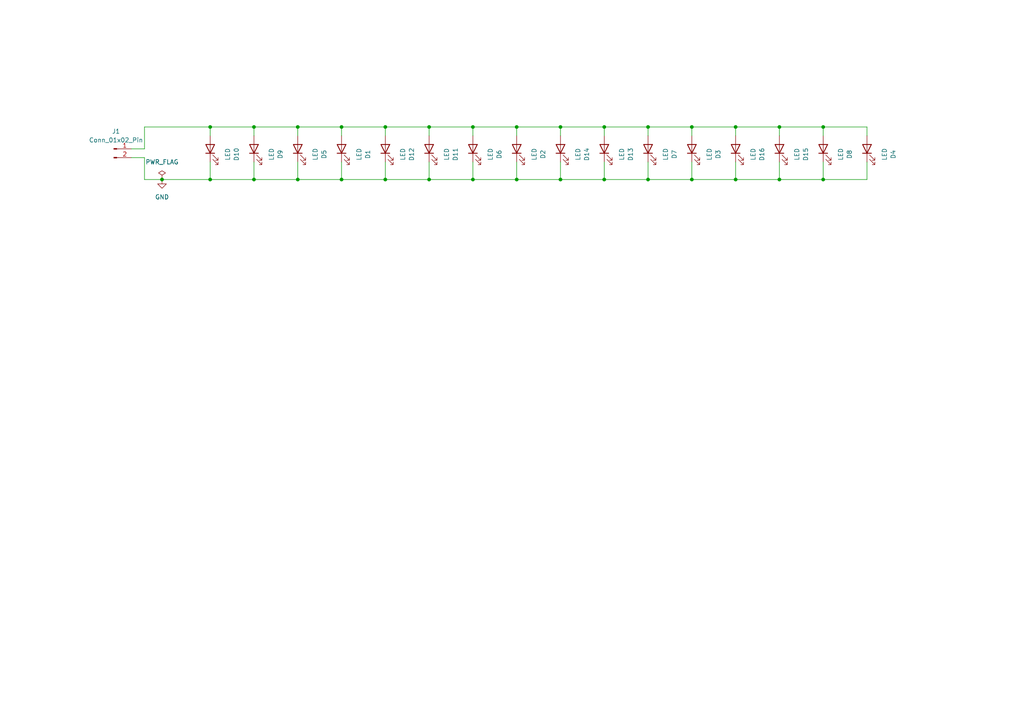
<source format=kicad_sch>
(kicad_sch (version 20250114) (generator "eeschema") (generator_version "9.0")
  (paper "A4")
  (lib_symbols
    (symbol "Connector:Conn_01x02_Pin" (pin_names (offset 1.016) (hide yes))
      (property "Reference" "J" (at 0 2.54 0))
      (property "Value" "Conn_01x02_Pin" (at 0 -5.08 0))
      (symbol "Conn_01x02_Pin_1_1"
        (rectangle (start 0.8636 0.127) (end 0 -0.127) (stroke (width 0.1524)) (fill (type outline)))
        (rectangle (start 0.8636 -2.413) (end 0 -2.667) (stroke (width 0.1524)) (fill (type outline)))
        (polyline (pts (xy 1.27 0) (xy 0.8636 0)) (stroke (width 0.1524)))
        (polyline (pts (xy 1.27 -2.54) (xy 0.8636 -2.54)) (stroke (width 0.1524)))
        (pin passive line (at 5.08 0 180) (length 3.81) (name "Pin_1") (number "1"))
        (pin passive line (at 5.08 -2.54 180) (length 3.81) (name "Pin_2") (number "2"))
      )
    )
    (symbol "Device:LED" (pin_numbers (hide yes)) (pin_names (offset 1.016) (hide yes))
      (property "Reference" "D" (at 0 2.54 0))
      (property "Value" "LED" (at 0 -2.54 0))
      (symbol "LED_0_1"
        (polyline (pts (xy -3.048 -0.762) (xy -4.572 -2.286) (xy -3.81 -2.286) (xy -4.572 -2.286) (xy -4.572 -1.524)))
        (polyline (pts (xy -1.778 -0.762) (xy -3.302 -2.286) (xy -2.54 -2.286) (xy -3.302 -2.286) (xy -3.302 -1.524)))
        (polyline (pts (xy -1.27 0) (xy 1.27 0)))
        (polyline (pts (xy -1.27 -1.27) (xy -1.27 1.27)) (stroke (width 0.254)))
        (polyline (pts (xy 1.27 -1.27) (xy 1.27 1.27) (xy -1.27 0) (xy 1.27 -1.27)) (stroke (width 0.254)))
      )
      (symbol "LED_1_1"
        (pin passive line (at -3.81 0 0) (length 2.54) (name "K") (number "1"))
        (pin passive line (at 3.81 0 180) (length 2.54) (name "A") (number "2"))
      )
    )
    (symbol "power:GND" (power) (pin_numbers (hide yes)) (pin_names (offset 0) (hide yes))
      (property "Value" "GND" (at 0 -3.81 0))
      (symbol "GND_0_1"
        (polyline (pts (xy 0 0) (xy 0 -1.27) (xy 1.27 -1.27) (xy 0 -2.54) (xy -1.27 -1.27) (xy 0 -1.27)))
      )
      (symbol "GND_1_1"
        (pin power_in line (at 0 0 270) (length 0) (name "~") (number "1"))
      )
    )
    (symbol "power:PWR_FLAG" (power) (pin_numbers (hide yes)) (pin_names (offset 0) (hide yes))
      (property "Value" "PWR_FLAG" (at 0 3.81 0))
      (symbol "PWR_FLAG_0_0"
        (pin power_out line (at 0 0 90) (length 0) (name "~") (number "1"))
      )
      (symbol "PWR_FLAG_0_1"
        (polyline (pts (xy 0 0) (xy 0 1.27) (xy -1.016 1.905) (xy 0 2.54) (xy 1.016 1.905) (xy 0 1.27)))
      )
    )
  )
  (junction (at 99.06 52.07))
  (junction (at 86.36 52.07))
  (junction (at 213.36 52.07))
  (junction (at 111.76 52.07))
  (junction (at 162.56 36.83))
  (junction (at 60.96 36.83))
  (junction (at 175.26 52.07))
  (junction (at 137.16 36.83))
  (junction (at 149.86 52.07))
  (junction (at 238.76 36.83))
  (junction (at 226.06 36.83))
  (junction (at 124.46 52.07))
  (junction (at 46.99 52.07))
  (junction (at 187.96 52.07))
  (junction (at 124.46 36.83))
  (junction (at 175.26 36.83))
  (junction (at 149.86 36.83))
  (junction (at 86.36 36.83))
  (junction (at 137.16 52.07))
  (junction (at 187.96 36.83))
  (junction (at 226.06 52.07))
  (junction (at 200.66 52.07))
  (junction (at 73.66 52.07))
  (junction (at 200.66 36.83))
  (junction (at 162.56 52.07))
  (junction (at 73.66 36.83))
  (junction (at 99.06 36.83))
  (junction (at 213.36 36.83))
  (junction (at 111.76 36.83))
  (junction (at 238.76 52.07))
  (junction (at 60.96 52.07))
  (wire (pts (xy 149.86 52.07) (xy 137.16 52.07)))
  (wire (pts (xy 86.36 36.83) (xy 86.36 39.37)))
  (wire (pts (xy 73.66 36.83) (xy 73.66 39.37)))
  (wire (pts (xy 111.76 46.99) (xy 111.76 52.07)))
  (wire (pts (xy 73.66 46.99) (xy 73.66 52.07)))
  (wire (pts (xy 124.46 36.83) (xy 137.16 36.83)))
  (wire (pts (xy 238.76 46.99) (xy 238.76 52.07)))
  (wire (pts (xy 111.76 52.07) (xy 99.06 52.07)))
  (wire (pts (xy 251.46 46.99) (xy 251.46 52.07)))
  (wire (pts (xy 213.36 36.83) (xy 213.36 39.37)))
  (wire (pts (xy 99.06 36.83) (xy 111.76 36.83)))
  (wire (pts (xy 162.56 52.07) (xy 149.86 52.07)))
  (wire (pts (xy 60.96 46.99) (xy 60.96 52.07)))
  (wire (pts (xy 213.36 52.07) (xy 200.66 52.07)))
  (wire (pts (xy 187.96 36.83) (xy 200.66 36.83)))
  (wire (pts (xy 137.16 52.07) (xy 124.46 52.07)))
  (wire (pts (xy 187.96 46.99) (xy 187.96 52.07)))
  (wire (pts (xy 175.26 36.83) (xy 187.96 36.83)))
  (wire (pts (xy 111.76 36.83) (xy 124.46 36.83)))
  (wire (pts (xy 149.86 36.83) (xy 149.86 39.37)))
  (wire (pts (xy 41.91 45.72) (xy 41.91 52.07)))
  (wire (pts (xy 73.66 36.83) (xy 86.36 36.83)))
  (wire (pts (xy 86.36 52.07) (xy 99.06 52.07)))
  (wire (pts (xy 175.26 52.07) (xy 162.56 52.07)))
  (wire (pts (xy 213.36 46.99) (xy 213.36 52.07)))
  (wire (pts (xy 149.86 46.99) (xy 149.86 52.07)))
  (wire (pts (xy 73.66 52.07) (xy 86.36 52.07)))
  (wire (pts (xy 41.91 36.83) (xy 60.96 36.83)))
  (wire (pts (xy 200.66 46.99) (xy 200.66 52.07)))
  (wire (pts (xy 124.46 52.07) (xy 111.76 52.07)))
  (wire (pts (xy 137.16 36.83) (xy 137.16 39.37)))
  (wire (pts (xy 200.66 36.83) (xy 200.66 39.37)))
  (wire (pts (xy 46.99 52.07) (xy 60.96 52.07)))
  (wire (pts (xy 86.36 36.83) (xy 99.06 36.83)))
  (wire (pts (xy 137.16 36.83) (xy 149.86 36.83)))
  (wire (pts (xy 162.56 36.83) (xy 175.26 36.83)))
  (wire (pts (xy 149.86 36.83) (xy 162.56 36.83)))
  (wire (pts (xy 187.96 36.83) (xy 187.96 39.37)))
  (wire (pts (xy 238.76 52.07) (xy 226.06 52.07)))
  (wire (pts (xy 213.36 36.83) (xy 226.06 36.83)))
  (wire (pts (xy 60.96 36.83) (xy 60.96 39.37)))
  (wire (pts (xy 111.76 36.83) (xy 111.76 39.37)))
  (wire (pts (xy 162.56 36.83) (xy 162.56 39.37)))
  (wire (pts (xy 200.66 36.83) (xy 213.36 36.83)))
  (wire (pts (xy 41.91 36.83) (xy 41.91 43.18)))
  (wire (pts (xy 124.46 36.83) (xy 124.46 39.37)))
  (wire (pts (xy 41.91 45.72) (xy 38.1 45.72)))
  (wire (pts (xy 60.96 36.83) (xy 73.66 36.83)))
  (wire (pts (xy 238.76 36.83) (xy 251.46 36.83)))
  (wire (pts (xy 175.26 36.83) (xy 175.26 39.37)))
  (wire (pts (xy 137.16 46.99) (xy 137.16 52.07)))
  (wire (pts (xy 226.06 46.99) (xy 226.06 52.07)))
  (wire (pts (xy 175.26 46.99) (xy 175.26 52.07)))
  (wire (pts (xy 251.46 36.83) (xy 251.46 39.37)))
  (wire (pts (xy 124.46 46.99) (xy 124.46 52.07)))
  (wire (pts (xy 60.96 52.07) (xy 73.66 52.07)))
  (wire (pts (xy 226.06 36.83) (xy 238.76 36.83)))
  (wire (pts (xy 226.06 39.37) (xy 226.06 36.83)))
  (wire (pts (xy 251.46 52.07) (xy 238.76 52.07)))
  (wire (pts (xy 99.06 36.83) (xy 99.06 39.37)))
  (wire (pts (xy 226.06 52.07) (xy 213.36 52.07)))
  (wire (pts (xy 238.76 39.37) (xy 238.76 36.83)))
  (wire (pts (xy 86.36 46.99) (xy 86.36 52.07)))
  (wire (pts (xy 99.06 46.99) (xy 99.06 52.07)))
  (wire (pts (xy 41.91 52.07) (xy 46.99 52.07)))
  (wire (pts (xy 162.56 46.99) (xy 162.56 52.07)))
  (wire (pts (xy 187.96 52.07) (xy 175.26 52.07)))
  (wire (pts (xy 200.66 52.07) (xy 187.96 52.07)))
  (wire (pts (xy 41.91 43.18) (xy 38.1 43.18)))
  (symbol (lib_id "Device:LED") (at 60.96 43.18 90) (unit 1)
    (property "Reference" "D10" (at 68.58 44.7675 0))
    (property "Value" "LED" (at 66.04 44.7675 0))
    (property "Footprint" "LED_THT:LED_D5.0mm" (effects (hide yes)))
    (property "Description" "Light emitting diode" (effects (hide yes)))
    (property "Sim.Pins" "1=K 2=A" (effects (hide yes)))
  )
  (symbol (lib_id "Device:LED") (at 124.46 43.18 90) (unit 1)
    (property "Reference" "D11" (at 132.08 44.7675 0))
    (property "Value" "LED" (at 129.54 44.7675 0))
    (property "Footprint" "LED_THT:LED_D5.0mm" (effects (hide yes)))
    (property "Description" "Light emitting diode" (effects (hide yes)))
    (property "Sim.Pins" "1=K 2=A" (effects (hide yes)))
  )
  (symbol (lib_id "Device:LED") (at 99.06 43.18 90) (unit 1)
    (property "Reference" "D1" (at 106.68 44.7675 0))
    (property "Value" "LED" (at 104.14 44.7675 0))
    (property "Footprint" "LED_THT:LED_D5.0mm" (effects (hide yes)))
    (property "Description" "Light emitting diode" (effects (hide yes)))
    (property "Sim.Pins" "1=K 2=A" (effects (hide yes)))
  )
  (symbol (lib_id "power:GND") (at 46.99 52.07 0) (unit 1)
    (property "Reference" "#PWR01" (effects (hide yes)))
    (property "Value" "GND" (at 46.99 57.15 0))
    (property "Description" "Power symbol creates a global label with name \"GND\" , ground" (effects (hide yes)))
  )
  (symbol (lib_id "Device:LED") (at 162.56 43.18 90) (unit 1)
    (property "Reference" "D14" (at 170.18 44.7675 0))
    (property "Value" "LED" (at 167.64 44.7675 0))
    (property "Footprint" "LED_THT:LED_D5.0mm" (effects (hide yes)))
    (property "Description" "Light emitting diode" (effects (hide yes)))
    (property "Sim.Pins" "1=K 2=A" (effects (hide yes)))
  )
  (symbol (lib_id "Device:LED") (at 238.76 43.18 90) (unit 1)
    (property "Reference" "D8" (at 246.38 44.7675 0))
    (property "Value" "LED" (at 243.84 44.7675 0))
    (property "Footprint" "LED_THT:LED_D5.0mm" (effects (hide yes)))
    (property "Description" "Light emitting diode" (effects (hide yes)))
    (property "Sim.Pins" "1=K 2=A" (effects (hide yes)))
  )
  (symbol (lib_id "Device:LED") (at 86.36 43.18 90) (unit 1)
    (property "Reference" "D5" (at 93.98 44.7675 0))
    (property "Value" "LED" (at 91.44 44.7675 0))
    (property "Footprint" "LED_THT:LED_D5.0mm" (effects (hide yes)))
    (property "Description" "Light emitting diode" (effects (hide yes)))
    (property "Sim.Pins" "1=K 2=A" (effects (hide yes)))
  )
  (symbol (lib_id "Device:LED") (at 175.26 43.18 90) (unit 1)
    (property "Reference" "D13" (at 182.88 44.7675 0))
    (property "Value" "LED" (at 180.34 44.7675 0))
    (property "Footprint" "LED_THT:LED_D5.0mm" (effects (hide yes)))
    (property "Description" "Light emitting diode" (effects (hide yes)))
    (property "Sim.Pins" "1=K 2=A" (effects (hide yes)))
  )
  (symbol (lib_id "Device:LED") (at 187.96 43.18 90) (unit 1)
    (property "Reference" "D7" (at 195.58 44.7675 0))
    (property "Value" "LED" (at 193.04 44.7675 0))
    (property "Footprint" "LED_THT:LED_D5.0mm" (effects (hide yes)))
    (property "Description" "Light emitting diode" (effects (hide yes)))
    (property "Sim.Pins" "1=K 2=A" (effects (hide yes)))
  )
  (symbol (lib_id "Device:LED") (at 251.46 43.18 90) (unit 1)
    (property "Reference" "D4" (at 259.08 44.7675 0))
    (property "Value" "LED" (at 256.54 44.7675 0))
    (property "Footprint" "LED_THT:LED_D5.0mm" (effects (hide yes)))
    (property "Description" "Light emitting diode" (effects (hide yes)))
    (property "Sim.Pins" "1=K 2=A" (effects (hide yes)))
  )
  (symbol (lib_id "Device:LED") (at 226.06 43.18 90) (unit 1)
    (property "Reference" "D15" (at 233.68 44.7675 0))
    (property "Value" "LED" (at 231.14 44.7675 0))
    (property "Footprint" "LED_THT:LED_D5.0mm" (effects (hide yes)))
    (property "Description" "Light emitting diode" (effects (hide yes)))
    (property "Sim.Pins" "1=K 2=A" (effects (hide yes)))
  )
  (symbol (lib_id "Device:LED") (at 200.66 43.18 90) (unit 1)
    (property "Reference" "D3" (at 208.28 44.7675 0))
    (property "Value" "LED" (at 205.74 44.7675 0))
    (property "Footprint" "LED_THT:LED_D5.0mm" (effects (hide yes)))
    (property "Description" "Light emitting diode" (effects (hide yes)))
    (property "Sim.Pins" "1=K 2=A" (effects (hide yes)))
  )
  (symbol (lib_id "Device:LED") (at 111.76 43.18 90) (unit 1)
    (property "Reference" "D12" (at 119.38 44.7675 0))
    (property "Value" "LED" (at 116.84 44.7675 0))
    (property "Footprint" "LED_THT:LED_D5.0mm" (effects (hide yes)))
    (property "Description" "Light emitting diode" (effects (hide yes)))
    (property "Sim.Pins" "1=K 2=A" (effects (hide yes)))
  )
  (symbol (lib_id "Device:LED") (at 73.66 43.18 90) (unit 1)
    (property "Reference" "D9" (at 81.28 44.7675 0))
    (property "Value" "LED" (at 78.74 44.7675 0))
    (property "Footprint" "LED_THT:LED_D5.0mm" (effects (hide yes)))
    (property "Description" "Light emitting diode" (effects (hide yes)))
    (property "Sim.Pins" "1=K 2=A" (effects (hide yes)))
  )
  (symbol (lib_id "Device:LED") (at 137.16 43.18 90) (unit 1)
    (property "Reference" "D6" (at 144.78 44.7675 0))
    (property "Value" "LED" (at 142.24 44.7675 0))
    (property "Footprint" "LED_THT:LED_D5.0mm" (effects (hide yes)))
    (property "Description" "Light emitting diode" (effects (hide yes)))
    (property "Sim.Pins" "1=K 2=A" (effects (hide yes)))
  )
  (symbol (lib_id "Device:LED") (at 149.86 43.18 90) (unit 1)
    (property "Reference" "D2" (at 157.48 44.7675 0))
    (property "Value" "LED" (at 154.94 44.7675 0))
    (property "Footprint" "LED_THT:LED_D5.0mm" (effects (hide yes)))
    (property "Description" "Light emitting diode" (effects (hide yes)))
    (property "Sim.Pins" "1=K 2=A" (effects (hide yes)))
  )
  (symbol (lib_id "Device:LED") (at 213.36 43.18 90) (unit 1)
    (property "Reference" "D16" (at 220.98 44.7675 0))
    (property "Value" "LED" (at 218.44 44.7675 0))
    (property "Footprint" "LED_THT:LED_D5.0mm" (effects (hide yes)))
    (property "Description" "Light emitting diode" (effects (hide yes)))
    (property "Sim.Pins" "1=K 2=A" (effects (hide yes)))
  )
  (symbol (lib_id "Connector:Conn_01x02_Pin") (at 33.02 43.18 0) (unit 1)
    (property "Reference" "J1" (at 33.655 38.1 0))
    (property "Value" "Conn_01x02_Pin" (at 33.655 40.64 0))
    (property "Footprint" "Connector_PinHeader_2.54mm:PinHeader_1x02_P2.54mm_Horizontal" (effects (hide yes)))
    (property "Description" "Generic connector, single row, 01x02, script generated" (effects (hide yes)))
  )
  (symbol (lib_id "power:PWR_FLAG") (at 46.99 52.07 0) (unit 1)
    (property "Reference" "#FLG01" (effects (hide yes)))
    (property "Value" "PWR_FLAG" (at 46.99 46.99 0))
    (property "Description" "Special symbol for telling ERC where power comes from" (effects (hide yes)))
  )
)
</source>
